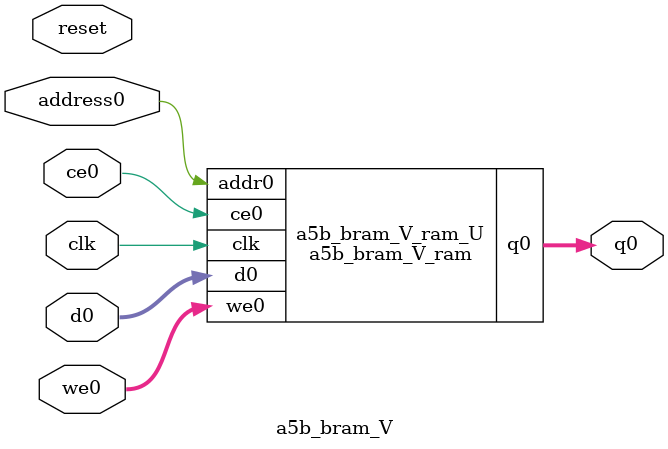
<source format=v>
`timescale 1 ns / 1 ps
module a5b_bram_V_ram (addr0, ce0, d0, we0, q0,  clk);

parameter DWIDTH = 32;
parameter AWIDTH = 1;
parameter MEM_SIZE = 2;
parameter COL_WIDTH = 8;
parameter NUM_COL = (DWIDTH/COL_WIDTH);

input[AWIDTH-1:0] addr0;
input ce0;
input[DWIDTH-1:0] d0;
input [NUM_COL-1:0] we0;
output reg[DWIDTH-1:0] q0;
input clk;

(* ram_style = "block" *)reg [DWIDTH-1:0] ram[0:MEM_SIZE-1];



genvar i;

generate
    for (i=0;i<NUM_COL;i=i+1) begin
        always @(posedge clk) begin
            if (ce0) begin
                if (we0[i]) begin
                    ram[addr0][i*COL_WIDTH +: COL_WIDTH] <= d0[i*COL_WIDTH +: COL_WIDTH]; 
                end
                q0[i*COL_WIDTH +: COL_WIDTH] <= ram[addr0][i*COL_WIDTH +: COL_WIDTH];
            end
        end
    end
endgenerate


endmodule

`timescale 1 ns / 1 ps
module a5b_bram_V(
    reset,
    clk,
    address0,
    ce0,
    we0,
    d0,
    q0);

parameter DataWidth = 32'd32;
parameter AddressRange = 32'd2;
parameter AddressWidth = 32'd1;
input reset;
input clk;
input[AddressWidth - 1:0] address0;
input ce0;
input[DataWidth/8 - 1:0] we0;
input[DataWidth - 1:0] d0;
output[DataWidth - 1:0] q0;



a5b_bram_V_ram a5b_bram_V_ram_U(
    .clk( clk ),
    .addr0( address0 ),
    .ce0( ce0 ),
    .we0( we0 ),
    .d0( d0 ),
    .q0( q0 ));

endmodule


</source>
